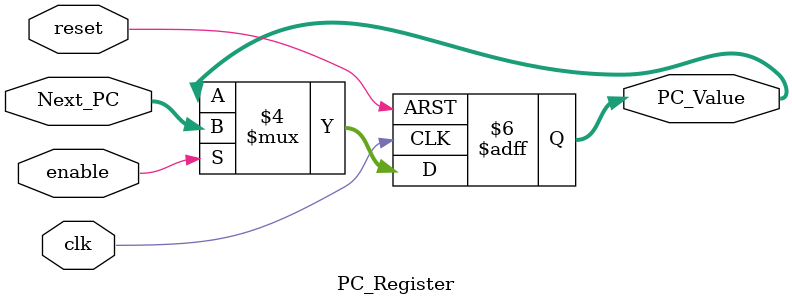
<source format=v>
/******************************************************************
* Description
*	This is a register of 32-bit that corresponds to the PC counter. 
*	This register does not have an enable signal.
* Version:
*	1.0
* Author:
*	Dr. José Luis Pizano Escalante
* email:
*	luispizano@iteso.mx
* Date:
*	16/08/2021
******************************************************************/

module PC_Register
#(
	parameter N=32
)
(
	input clk,
	input reset,
	input enable,
	input  [N-1:0] Next_PC,
	
	
	output reg [N-1:0] PC_Value
);

always@(negedge reset or posedge clk) begin
	if(reset==0)
		PC_Value <= 31'h400000;
	else	
		if(enable==1)
		PC_Value<= Next_PC;
end


endmodule

</source>
